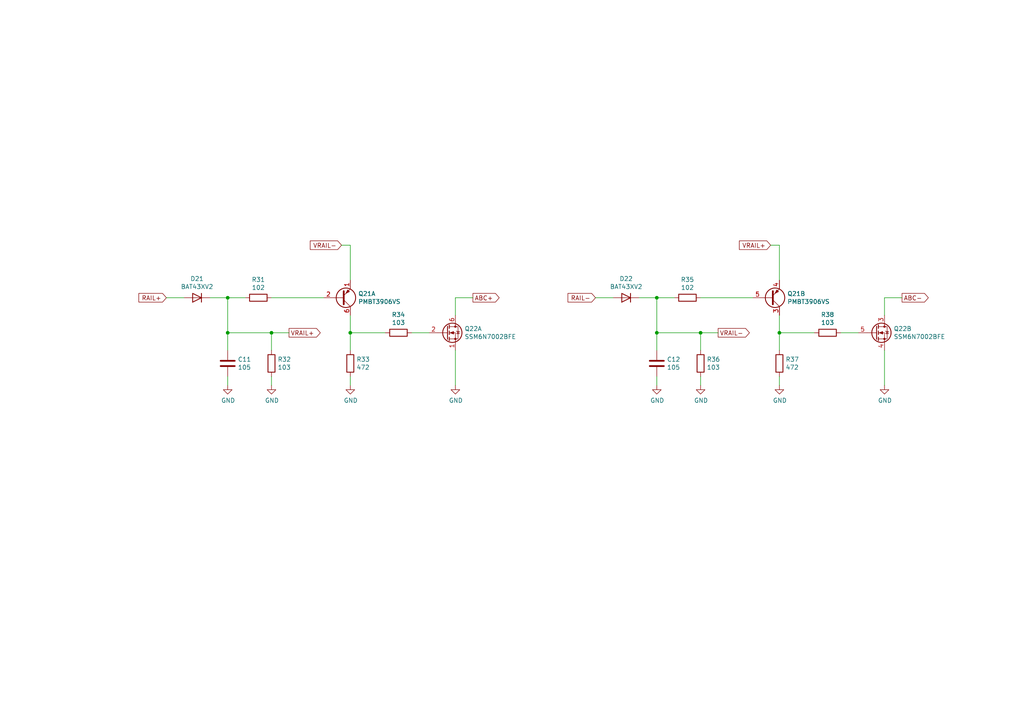
<source format=kicad_sch>
(kicad_sch (version 20230121) (generator eeschema)
  (paper "A4")
  (lib_symbols
    (symbol "Device:C" (pin_numbers hide) (pin_names (offset 0.254))
      (property "Reference" "C" (at 0.635 2.54 0))
      (property "Value" "C" (at 0.635 -2.54 0))
      (symbol "C_0_1"
        (polyline (pts (xy -2.032 -0.762) (xy 2.032 -0.762)) (stroke (width 0.508)))
        (polyline (pts (xy -2.032 0.762) (xy 2.032 0.762)) (stroke (width 0.508)))
      )
      (symbol "C_1_1"
        (pin passive line (at 0 3.81 270) (length 2.794) (name "~") (number "1"))
        (pin passive line (at 0 -3.81 90) (length 2.794) (name "~") (number "2"))
      )
    )
    (symbol "Device:D" (pin_numbers hide) (pin_names (offset 1.016) hide)
      (property "Reference" "D" (at 0 2.54 0))
      (property "Value" "D" (at 0 -2.54 0))
      (symbol "D_0_1"
        (polyline (pts (xy -1.27 1.27) (xy -1.27 -1.27)) (stroke (width 0.254)))
        (polyline (pts (xy 1.27 0) (xy -1.27 0)))
        (polyline (pts (xy 1.27 1.27) (xy 1.27 -1.27) (xy -1.27 0) (xy 1.27 1.27)) (stroke (width 0.254)))
      )
      (symbol "D_1_1"
        (pin passive line (at -3.81 0 0) (length 2.54) (name "K") (number "1"))
        (pin passive line (at 3.81 0 180) (length 2.54) (name "A") (number "2"))
      )
    )
    (symbol "Device:Q_DUAL_NMOS_S1G1D2S2G2D1" (pin_names (offset 0) hide)
      (property "Reference" "Q" (at 6.35 1.27 0))
      (property "Value" "Device_Q_DUAL_NMOS_S1G1D2S2G2D1" (at 19.05 -1.27 0))
      (symbol "Q_DUAL_NMOS_S1G1D2S2G2D1_0_1"
        (polyline (pts (xy 0.254 0) (xy -2.54 0)))
        (polyline (pts (xy 0.254 1.905) (xy 0.254 -1.905)) (stroke (width 0.254)))
        (polyline (pts (xy 0.762 -1.27) (xy 0.762 -2.286)) (stroke (width 0.254)))
        (polyline (pts (xy 0.762 0.508) (xy 0.762 -0.508)) (stroke (width 0.254)))
        (polyline (pts (xy 0.762 2.286) (xy 0.762 1.27)) (stroke (width 0.254)))
        (polyline (pts (xy 2.54 2.54) (xy 2.54 1.778)))
        (polyline (pts (xy 2.54 -2.54) (xy 2.54 0) (xy 0.762 0)))
        (polyline (pts (xy 0.762 -1.778) (xy 3.302 -1.778) (xy 3.302 1.778) (xy 0.762 1.778)))
        (polyline (pts (xy 1.016 0) (xy 2.032 0.381) (xy 2.032 -0.381) (xy 1.016 0)) (fill (type outline)))
        (polyline (pts (xy 2.794 0.508) (xy 2.921 0.381) (xy 3.683 0.381) (xy 3.81 0.254)))
        (polyline (pts (xy 3.302 0.381) (xy 2.921 -0.254) (xy 3.683 -0.254) (xy 3.302 0.381)))
        (circle (center 1.651 0) (radius 2.794) (stroke (width 0.254)))
        (circle (center 2.54 -1.778) (radius 0.254) (fill (type outline)))
        (circle (center 2.54 1.778) (radius 0.254) (fill (type outline)))
      )
      (symbol "Q_DUAL_NMOS_S1G1D2S2G2D1_1_1"
        (pin passive line (at 2.54 -5.08 90) (length 2.54) (name "S") (number "1"))
        (pin input line (at -5.08 0 0) (length 2.54) (name "G") (number "2"))
        (pin passive line (at 2.54 5.08 270) (length 2.54) (name "D") (number "6"))
      )
      (symbol "Q_DUAL_NMOS_S1G1D2S2G2D1_2_1"
        (pin passive line (at 2.54 5.08 270) (length 2.54) (name "D") (number "3"))
        (pin passive line (at 2.54 -5.08 90) (length 2.54) (name "S") (number "4"))
        (pin input line (at -5.08 0 0) (length 2.54) (name "G") (number "5"))
      )
    )
    (symbol "Device:Q_DUAL_PNP_PNP_E1B1C2E2B2C1" (pin_names (offset 0) hide)
      (property "Reference" "Q" (at 5.08 1.27 0))
      (property "Value" "Device_Q_DUAL_PNP_PNP_E1B1C2E2B2C1" (at 5.08 -1.27 0))
      (symbol "Q_DUAL_PNP_PNP_E1B1C2E2B2C1_0_1"
        (polyline (pts (xy 0.635 0) (xy -2.54 0)))
        (polyline (pts (xy 0.635 0.635) (xy 2.54 2.54)))
        (polyline (pts (xy 0.635 -0.635) (xy 2.54 -2.54) (xy 2.54 -2.54)))
        (polyline (pts (xy 0.635 1.905) (xy 0.635 -1.905) (xy 0.635 -1.905)) (stroke (width 0.508)))
        (polyline (pts (xy 2.286 -1.778) (xy 1.778 -2.286) (xy 1.27 -1.27) (xy 2.286 -1.778) (xy 2.286 -1.778)) (fill (type outline)))
        (circle (center 1.27 0) (radius 2.8194) (stroke (width 0.254)))
      )
      (symbol "Q_DUAL_PNP_PNP_E1B1C2E2B2C1_1_1"
        (pin passive line (at 2.54 -5.08 90) (length 2.54) (name "E1") (number "1"))
        (pin input line (at -5.08 0 0) (length 2.54) (name "B1") (number "2"))
        (pin passive line (at 2.54 5.08 270) (length 2.54) (name "C1") (number "6"))
      )
      (symbol "Q_DUAL_PNP_PNP_E1B1C2E2B2C1_2_1"
        (pin passive line (at 2.54 5.08 270) (length 2.54) (name "C2") (number "3"))
        (pin passive line (at 2.54 -5.08 90) (length 2.54) (name "E2") (number "4"))
        (pin input line (at -5.08 0 0) (length 2.54) (name "B2") (number "5"))
      )
    )
    (symbol "Device:R" (pin_numbers hide) (pin_names (offset 0))
      (property "Reference" "R" (at 2.032 0 90))
      (property "Value" "R" (at 0 0 90))
      (symbol "R_0_1"
        (rectangle (start -1.016 -2.54) (end 1.016 2.54) (stroke (width 0.254)))
      )
      (symbol "R_1_1"
        (pin passive line (at 0 3.81 270) (length 1.27) (name "~") (number "1"))
        (pin passive line (at 0 -3.81 90) (length 1.27) (name "~") (number "2"))
      )
    )
    (symbol "power:GND" (power) (pin_names (offset 0))
      (property "Value" "GND" (at 0 -3.81 0))
      (symbol "GND_0_1"
        (polyline (pts (xy 0 0) (xy 0 -1.27) (xy 1.27 -1.27) (xy 0 -2.54) (xy -1.27 -1.27) (xy 0 -1.27)))
      )
      (symbol "GND_1_1"
        (pin power_in line (at 0 0 270) (length 0) hide (name "GND") (number "1"))
      )
    )
  )
  (junction (at 101.6 96.52))
  (junction (at 226.06 96.52))
  (junction (at 78.74 96.52))
  (junction (at 190.5 86.36))
  (junction (at 203.2 96.52))
  (junction (at 66.04 86.36))
  (junction (at 66.04 96.52))
  (junction (at 190.5 96.52))
  (wire (pts (xy 190.5 86.36) (xy 195.58 86.36)))
  (wire (pts (xy 101.6 96.52) (xy 111.76 96.52)))
  (wire (pts (xy 66.04 101.6) (xy 66.04 96.52)))
  (wire (pts (xy 132.08 86.36) (xy 137.16 86.36)))
  (wire (pts (xy 99.06 71.12) (xy 101.6 71.12)))
  (wire (pts (xy 78.74 109.22) (xy 78.74 111.76)))
  (wire (pts (xy 66.04 96.52) (xy 78.74 96.52)))
  (wire (pts (xy 101.6 91.44) (xy 101.6 96.52)))
  (wire (pts (xy 256.54 86.36) (xy 261.62 86.36)))
  (wire (pts (xy 190.5 109.22) (xy 190.5 111.76)))
  (wire (pts (xy 66.04 86.36) (xy 71.12 86.36)))
  (wire (pts (xy 60.96 86.36) (xy 66.04 86.36)))
  (wire (pts (xy 190.5 101.6) (xy 190.5 96.52)))
  (wire (pts (xy 101.6 71.12) (xy 101.6 81.28)))
  (wire (pts (xy 203.2 86.36) (xy 218.44 86.36)))
  (wire (pts (xy 223.52 71.12) (xy 226.06 71.12)))
  (wire (pts (xy 226.06 96.52) (xy 226.06 101.6)))
  (wire (pts (xy 119.38 96.52) (xy 124.46 96.52)))
  (wire (pts (xy 132.08 91.44) (xy 132.08 86.36)))
  (wire (pts (xy 78.74 86.36) (xy 93.98 86.36)))
  (wire (pts (xy 185.42 86.36) (xy 190.5 86.36)))
  (wire (pts (xy 53.34 86.36) (xy 48.26 86.36)))
  (wire (pts (xy 83.82 96.52) (xy 78.74 96.52)))
  (wire (pts (xy 132.08 101.6) (xy 132.08 111.76)))
  (wire (pts (xy 226.06 96.52) (xy 236.22 96.52)))
  (wire (pts (xy 78.74 101.6) (xy 78.74 96.52)))
  (wire (pts (xy 226.06 109.22) (xy 226.06 111.76)))
  (wire (pts (xy 190.5 96.52) (xy 203.2 96.52)))
  (wire (pts (xy 203.2 96.52) (xy 208.28 96.52)))
  (wire (pts (xy 177.8 86.36) (xy 172.72 86.36)))
  (wire (pts (xy 101.6 109.22) (xy 101.6 111.76)))
  (wire (pts (xy 101.6 96.52) (xy 101.6 101.6)))
  (wire (pts (xy 66.04 109.22) (xy 66.04 111.76)))
  (wire (pts (xy 243.84 96.52) (xy 248.92 96.52)))
  (wire (pts (xy 66.04 86.36) (xy 66.04 96.52)))
  (wire (pts (xy 203.2 101.6) (xy 203.2 96.52)))
  (wire (pts (xy 190.5 86.36) (xy 190.5 96.52)))
  (wire (pts (xy 203.2 109.22) (xy 203.2 111.76)))
  (wire (pts (xy 226.06 91.44) (xy 226.06 96.52)))
  (wire (pts (xy 256.54 91.44) (xy 256.54 86.36)))
  (wire (pts (xy 256.54 101.6) (xy 256.54 111.76)))
  (wire (pts (xy 226.06 71.12) (xy 226.06 81.28)))
  (global_label "RAIL-" (shape input) (at 172.72 86.36 180) (property "Intersheetrefs" "${INTERSHEET_REFS}" (effects hide)))
  (global_label "VRAIL-" (shape output) (at 208.28 96.52 0) (property "Intersheetrefs" "${INTERSHEET_REFS}" (effects hide)))
  (global_label "VRAIL+" (shape input) (at 223.52 71.12 180) (property "Intersheetrefs" "${INTERSHEET_REFS}" (effects hide)))
  (global_label "ABC+" (shape output) (at 137.16 86.36 0) (property "Intersheetrefs" "${INTERSHEET_REFS}" (effects hide)))
  (global_label "VRAIL-" (shape input) (at 99.06 71.12 180) (property "Intersheetrefs" "${INTERSHEET_REFS}" (effects hide)))
  (global_label "RAIL+" (shape input) (at 48.26 86.36 180) (property "Intersheetrefs" "${INTERSHEET_REFS}" (effects hide)))
  (global_label "VRAIL+" (shape output) (at 83.82 96.52 0) (property "Intersheetrefs" "${INTERSHEET_REFS}" (effects hide)))
  (global_label "ABC-" (shape output) (at 261.62 86.36 0) (property "Intersheetrefs" "${INTERSHEET_REFS}" (effects hide)))
  (symbol (lib_id "Device:R") (at 74.93 86.36 270) (unit 1)
    (property "Reference" "R31" (at 74.93 81.1022 90))
    (property "Value" "102" (at 74.93 83.4136 90))
    (property "Footprint" "footprint:R_1005_20240411" (effects hide))
  )
  (symbol (lib_id "Device:R") (at 115.57 96.52 270) (unit 1)
    (property "Reference" "R34" (at 115.57 91.2622 90))
    (property "Value" "103" (at 115.57 93.5736 90))
    (property "Footprint" "footprint:R_1005_20240411" (effects hide))
  )
  (symbol (lib_id "Device:D") (at 181.61 86.36 180) (unit 1)
    (property "Reference" "D22" (at 181.61 80.8482 0))
    (property "Value" "BAT43XV2" (at 181.61 83.1596 0))
    (property "Footprint" "footprint:EMD2_small" (effects hide))
  )
  (symbol (lib_id "Device:R") (at 226.06 105.41 0) (unit 1)
    (property "Reference" "R37" (at 227.838 104.2416 0) (effects (justify left)))
    (property "Value" "472" (at 227.838 106.553 0) (effects (justify left)))
    (property "Footprint" "footprint:R_1608_20240411" (effects hide))
  )
  (symbol (lib_id "power:GND") (at 226.06 111.76 0) (unit 1)
    (property "Reference" "#PWR0130" (effects hide))
    (property "Value" "GND" (at 226.187 116.1542 0))
  )
  (symbol (lib_id "power:GND") (at 256.54 111.76 0) (unit 1)
    (property "Reference" "#PWR0131" (effects hide))
    (property "Value" "GND" (at 256.667 116.1542 0))
  )
  (symbol (lib_id "Device:R") (at 203.2 105.41 0) (unit 1)
    (property "Reference" "R36" (at 204.978 104.2416 0) (effects (justify left)))
    (property "Value" "103" (at 204.978 106.553 0) (effects (justify left)))
    (property "Footprint" "footprint:R_1005_20240411" (effects hide))
  )
  (symbol (lib_id "power:GND") (at 203.2 111.76 0) (unit 1)
    (property "Reference" "#PWR0132" (effects hide))
    (property "Value" "GND" (at 203.327 116.1542 0))
  )
  (symbol (lib_id "Device:C") (at 190.5 105.41 0) (unit 1)
    (property "Reference" "C12" (at 193.421 104.2416 0) (effects (justify left)))
    (property "Value" "105" (at 193.421 106.553 0) (effects (justify left)))
    (property "Footprint" "footprint:C_1005_v4" (effects hide))
  )
  (symbol (lib_id "power:GND") (at 190.5 111.76 0) (unit 1)
    (property "Reference" "#PWR0133" (effects hide))
    (property "Value" "GND" (at 190.627 116.1542 0))
  )
  (symbol (lib_id "Device:R") (at 199.39 86.36 270) (unit 1)
    (property "Reference" "R35" (at 199.39 81.1022 90))
    (property "Value" "102" (at 199.39 83.4136 90))
    (property "Footprint" "footprint:R_1608_20240411" (effects hide))
  )
  (symbol (lib_id "Device:R") (at 240.03 96.52 270) (unit 1)
    (property "Reference" "R38" (at 240.03 91.2622 90))
    (property "Value" "103" (at 240.03 93.5736 90))
    (property "Footprint" "footprint:R_1005_20240411" (effects hide))
  )
  (symbol (lib_id "Device:Q_DUAL_PNP_PNP_E1B1C2E2B2C1") (at 99.06 86.36 0) (mirror x) (unit 1)
    (property "Reference" "Q21" (at 103.886 85.1916 0) (effects (justify left)))
    (property "Value" "PMBT3906VS" (at 103.886 87.503 0) (effects (justify left)))
    (property "Footprint" "footprint:SOT-666-nomark" (effects hide))
  )
  (symbol (lib_id "Device:Q_DUAL_PNP_PNP_E1B1C2E2B2C1") (at 223.52 86.36 0) (mirror x) (unit 2)
    (property "Reference" "Q21" (at 228.346 85.1916 0) (effects (justify left)))
    (property "Value" "PMBT3906VS" (at 228.346 87.503 0) (effects (justify left)))
    (property "Footprint" "footprint:SOT-666-nomark" (effects hide))
  )
  (symbol (lib_id "Device:D") (at 57.15 86.36 180) (unit 1)
    (property "Reference" "D21" (at 57.15 80.8482 0))
    (property "Value" "BAT43XV2" (at 57.15 83.1596 0))
    (property "Footprint" "footprint:EMD2_small" (effects hide))
  )
  (symbol (lib_id "Device:R") (at 101.6 105.41 0) (unit 1)
    (property "Reference" "R33" (at 103.378 104.2416 0) (effects (justify left)))
    (property "Value" "472" (at 103.378 106.553 0) (effects (justify left)))
    (property "Footprint" "footprint:R_1005_20240411" (effects hide))
  )
  (symbol (lib_id "power:GND") (at 101.6 111.76 0) (unit 1)
    (property "Reference" "#PWR0125" (effects hide))
    (property "Value" "GND" (at 101.727 116.1542 0))
  )
  (symbol (lib_id "power:GND") (at 132.08 111.76 0) (unit 1)
    (property "Reference" "#PWR0126" (effects hide))
    (property "Value" "GND" (at 132.207 116.1542 0))
  )
  (symbol (lib_id "Device:R") (at 78.74 105.41 0) (unit 1)
    (property "Reference" "R32" (at 80.518 104.2416 0) (effects (justify left)))
    (property "Value" "103" (at 80.518 106.553 0) (effects (justify left)))
    (property "Footprint" "footprint:R_1005_20240411" (effects hide))
  )
  (symbol (lib_id "power:GND") (at 78.74 111.76 0) (unit 1)
    (property "Reference" "#PWR0127" (effects hide))
    (property "Value" "GND" (at 78.867 116.1542 0))
  )
  (symbol (lib_id "Device:C") (at 66.04 105.41 0) (unit 1)
    (property "Reference" "C11" (at 68.961 104.2416 0) (effects (justify left)))
    (property "Value" "105" (at 68.961 106.553 0) (effects (justify left)))
    (property "Footprint" "footprint:C_1005_v4" (effects hide))
  )
  (symbol (lib_id "power:GND") (at 66.04 111.76 0) (unit 1)
    (property "Reference" "#PWR0128" (effects hide))
    (property "Value" "GND" (at 66.167 116.1542 0))
  )
  (symbol (lib_id "Device:Q_DUAL_NMOS_S1G1D2S2G2D1") (at 129.54 96.52 0) (unit 1)
    (property "Reference" "Q22" (at 134.7216 95.3516 0) (effects (justify left)))
    (property "Value" "SSM6N7002BFE" (at 134.7216 97.663 0) (effects (justify left)))
    (property "Footprint" "footprint:SOT-666-nomark" (effects hide))
  )
  (symbol (lib_id "Device:Q_DUAL_NMOS_S1G1D2S2G2D1") (at 254 96.52 0) (unit 2)
    (property "Reference" "Q22" (at 259.1816 95.3516 0) (effects (justify left)))
    (property "Value" "SSM6N7002BFE" (at 259.1816 97.663 0) (effects (justify left)))
    (property "Footprint" "footprint:SOT-666-nomark" (effects hide))
  )
)
</source>
